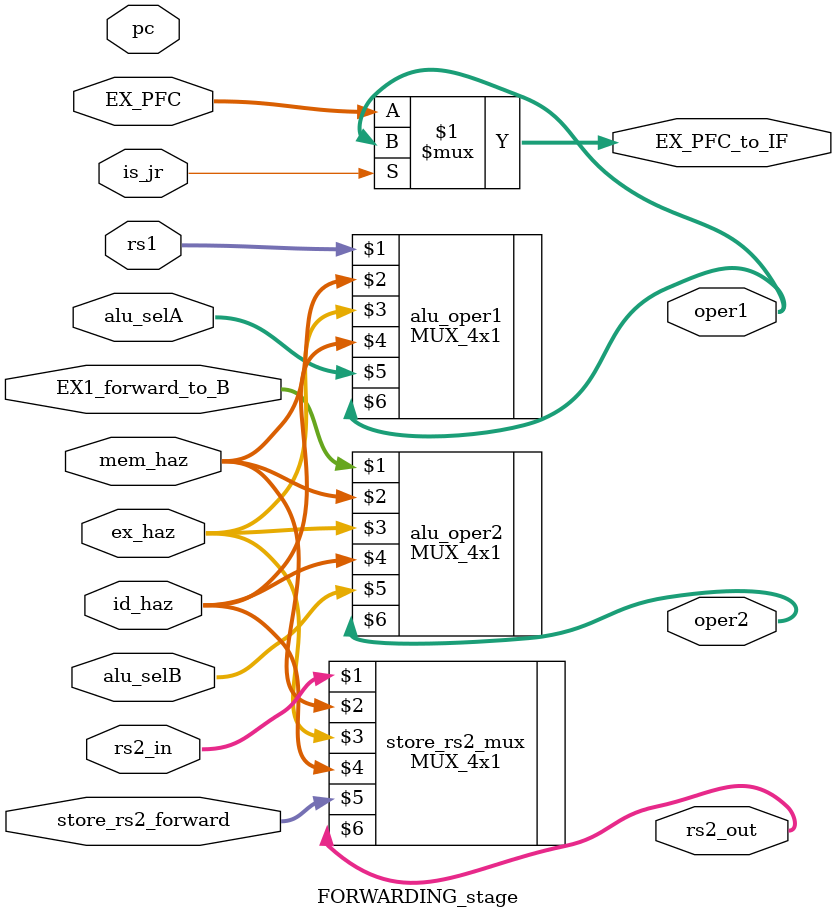
<source format=v>
module FORWARDING_stage
(
    rs1, id_haz, ex_haz, mem_haz, pc, alu_selA, oper1,
    EX1_forward_to_B, alu_selB, oper2,
    rs2_in, store_rs2_forward, rs2_out,
    is_jr, EX_PFC, EX_PFC_to_IF
);


    input [31:0] rs1, id_haz, ex_haz, mem_haz, pc;
    input [31:0] EX1_forward_to_B;
    input [31:0] rs2_in;
    input [31:0] EX_PFC;

    input [1:0] alu_selA, alu_selB, store_rs2_forward;
    input is_jr;

    output [31:0] oper1, oper2, rs2_out, EX_PFC_to_IF;


	MUX_4x1 alu_oper1(rs1, mem_haz, ex_haz, id_haz, alu_selA, oper1);
	
	MUX_4x1 alu_oper2(EX1_forward_to_B, mem_haz, ex_haz, id_haz, alu_selB, oper2);
	
    MUX_4x1 store_rs2_mux(rs2_in, mem_haz, ex_haz, id_haz, store_rs2_forward, rs2_out);

	assign EX_PFC_to_IF = (is_jr) ? oper1 : EX_PFC;


endmodule



</source>
